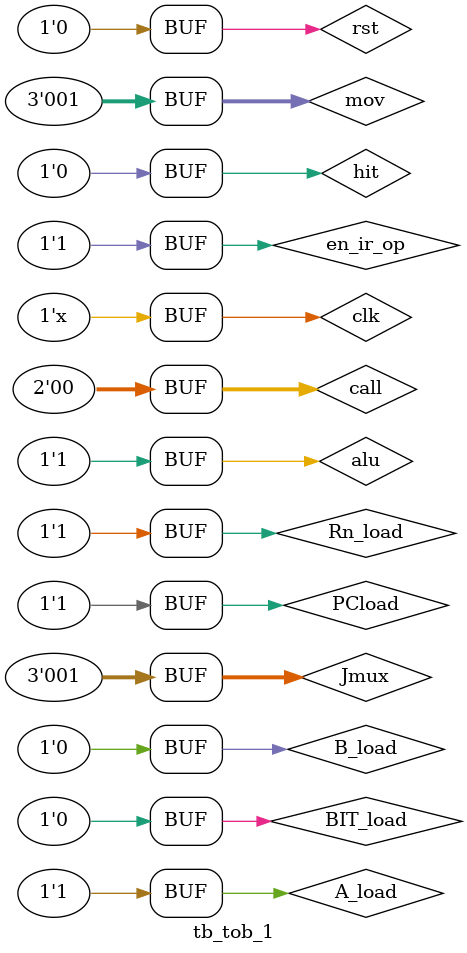
<source format=v>
`timescale 1ns / 1ps

`include "define_lib.vh"

module tb_tob_1;

	// Inputs
	reg clk;
	reg rst;
	reg hit;
	reg PCload;
	reg en_ir_op;
	reg [2:0]mov;
	reg alu;
	reg Rn_load;
	reg A_load;
	reg B_load;
	reg BIT_load;
	reg [2:0]Jmux;
    reg [1:0]call;

	// Outputs
	wire IR_op;
	wire endOP;

	// Instantiate the Unit Under Test (UUT)
	top uut (
		.clk			(clk),
		.rst			(rst),
		.hit			(hit),
		.PCload			(PCload),
		.en_ir_op		(en_ir_op),
		.mov			(mov),
		.alu			(alu),
		.Rn_load		(Rn_load),
		.A_load			(A_load),
		.B_load			(B_load),
		.BIT_load		(BIT_load),
		.Jmux			(Jmux),
		.call			(call),
		.IR_op			(IR_op),
		.endOP			(endOP),
	);

	initial begin
		// Initialize Inputs
		clk 		= 0;
		rst 		= 1;
	    hit 		= 0;
		PCload		= 1;
		en_ir_op	= 1;
		mov			= 2'b01;
	 	alu			= 1;
	 	Rn_load		= 1;
	 	A_load		= 1;
	 	B_load		= 0;
	 	BIT_load	= 0;
	 	Jmux		= 3'b001;
     	call 		= 2'b00;


		// Wait 100 ns for global reset to finish
		#30;
		rst = 0;
		
        
		// Add stimulus here
        //#7570 $finish;
	end

always #5 clk = ~clk;
//always #25 A_input = A_input+ 1'b1;
endmodule


</source>
